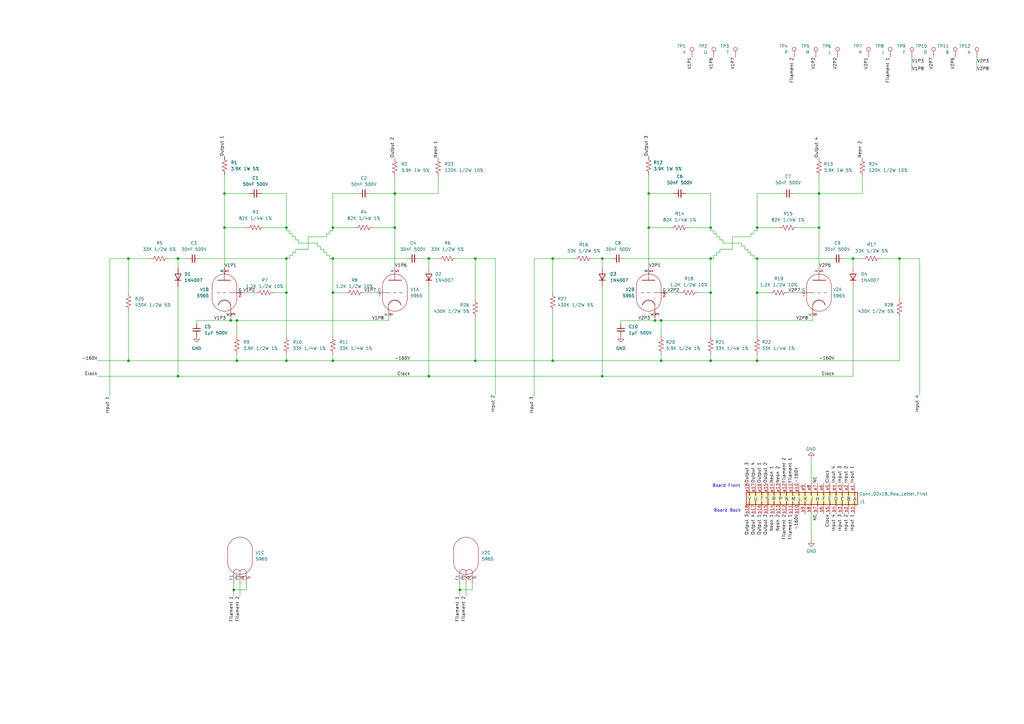
<source format=kicad_sch>
(kicad_sch (version 20211123) (generator eeschema)
  (paper "A3")
  (lib_symbols
    (symbol "Connector:TestPoint" (pin_numbers hide) (pin_names (offset 0.762) hide)
      (property "Reference" "TP" (at 0 6.858 0))
      (property "Value" "TestPoint" (at 0 5.08 0))
      (symbol "TestPoint_0_1"
        (circle (center 0 3.302) (radius 0.762))
      )
      (symbol "TestPoint_1_1"
        (pin passive line (at 0 0 90) (length 2.54) (name "1") (number "1"))
      )
    )
    (symbol "Connector_Generic:Conn_02x18_Row_Letter_First" (pin_names (offset 1.016) hide)
      (property "Reference" "J" (at 1.27 22.86 0))
      (property "Value" "Conn_02x18_Row_Letter_First" (at 1.27 -25.4 0))
      (symbol "Conn_02x18_Row_Letter_First_1_1"
        (rectangle (start -1.27 -22.733) (end 0 -22.987) (stroke (width 0.1524)))
        (rectangle (start -1.27 -20.193) (end 0 -20.447) (stroke (width 0.1524)))
        (rectangle (start -1.27 -17.653) (end 0 -17.907) (stroke (width 0.1524)))
        (rectangle (start -1.27 -15.113) (end 0 -15.367) (stroke (width 0.1524)))
        (rectangle (start -1.27 -12.573) (end 0 -12.827) (stroke (width 0.1524)))
        (rectangle (start -1.27 -10.033) (end 0 -10.287) (stroke (width 0.1524)))
        (rectangle (start -1.27 -7.493) (end 0 -7.747) (stroke (width 0.1524)))
        (rectangle (start -1.27 -4.953) (end 0 -5.207) (stroke (width 0.1524)))
        (rectangle (start -1.27 -2.413) (end 0 -2.667) (stroke (width 0.1524)))
        (rectangle (start -1.27 0.127) (end 0 -0.127) (stroke (width 0.1524)))
        (rectangle (start -1.27 2.667) (end 0 2.413) (stroke (width 0.1524)))
        (rectangle (start -1.27 5.207) (end 0 4.953) (stroke (width 0.1524)))
        (rectangle (start -1.27 7.747) (end 0 7.493) (stroke (width 0.1524)))
        (rectangle (start -1.27 10.287) (end 0 10.033) (stroke (width 0.1524)))
        (rectangle (start -1.27 12.827) (end 0 12.573) (stroke (width 0.1524)))
        (rectangle (start -1.27 15.367) (end 0 15.113) (stroke (width 0.1524)))
        (rectangle (start -1.27 17.907) (end 0 17.653) (stroke (width 0.1524)))
        (rectangle (start -1.27 20.447) (end 0 20.193) (stroke (width 0.1524)))
        (rectangle (start -1.27 21.59) (end 3.81 -24.13) (stroke (width 0.254)) (fill (type background)))
        (rectangle (start 3.81 -22.733) (end 2.54 -22.987) (stroke (width 0.1524)))
        (rectangle (start 3.81 -20.193) (end 2.54 -20.447) (stroke (width 0.1524)))
        (rectangle (start 3.81 -17.653) (end 2.54 -17.907) (stroke (width 0.1524)))
        (rectangle (start 3.81 -15.113) (end 2.54 -15.367) (stroke (width 0.1524)))
        (rectangle (start 3.81 -12.573) (end 2.54 -12.827) (stroke (width 0.1524)))
        (rectangle (start 3.81 -10.033) (end 2.54 -10.287) (stroke (width 0.1524)))
        (rectangle (start 3.81 -7.493) (end 2.54 -7.747) (stroke (width 0.1524)))
        (rectangle (start 3.81 -4.953) (end 2.54 -5.207) (stroke (width 0.1524)))
        (rectangle (start 3.81 -2.413) (end 2.54 -2.667) (stroke (width 0.1524)))
        (rectangle (start 3.81 0.127) (end 2.54 -0.127) (stroke (width 0.1524)))
        (rectangle (start 3.81 2.667) (end 2.54 2.413) (stroke (width 0.1524)))
        (rectangle (start 3.81 5.207) (end 2.54 4.953) (stroke (width 0.1524)))
        (rectangle (start 3.81 7.747) (end 2.54 7.493) (stroke (width 0.1524)))
        (rectangle (start 3.81 10.287) (end 2.54 10.033) (stroke (width 0.1524)))
        (rectangle (start 3.81 12.827) (end 2.54 12.573) (stroke (width 0.1524)))
        (rectangle (start 3.81 15.367) (end 2.54 15.113) (stroke (width 0.1524)))
        (rectangle (start 3.81 17.907) (end 2.54 17.653) (stroke (width 0.1524)))
        (rectangle (start 3.81 20.447) (end 2.54 20.193) (stroke (width 0.1524)))
        (pin passive line (at -5.08 20.32 0) (length 3.81) (name "Pin_a1") (number "a1"))
        (pin passive line (at -5.08 -2.54 0) (length 3.81) (name "Pin_a10") (number "a10"))
        (pin passive line (at -5.08 -5.08 0) (length 3.81) (name "Pin_a11") (number "a11"))
        (pin passive line (at -5.08 -7.62 0) (length 3.81) (name "Pin_a12") (number "a12"))
        (pin passive line (at -5.08 -10.16 0) (length 3.81) (name "Pin_a13") (number "a13"))
        (pin passive line (at -5.08 -12.7 0) (length 3.81) (name "Pin_a14") (number "a14"))
        (pin passive line (at -5.08 -15.24 0) (length 3.81) (name "Pin_a15") (number "a15"))
        (pin passive line (at -5.08 -17.78 0) (length 3.81) (name "Pin_a16") (number "a16"))
        (pin passive line (at -5.08 -20.32 0) (length 3.81) (name "Pin_a17") (number "a17"))
        (pin passive line (at -5.08 -22.86 0) (length 3.81) (name "Pin_a18") (number "a18"))
        (pin passive line (at -5.08 17.78 0) (length 3.81) (name "Pin_a2") (number "a2"))
        (pin passive line (at -5.08 15.24 0) (length 3.81) (name "Pin_a3") (number "a3"))
        (pin passive line (at -5.08 12.7 0) (length 3.81) (name "Pin_a4") (number "a4"))
        (pin passive line (at -5.08 10.16 0) (length 3.81) (name "Pin_a5") (number "a5"))
        (pin passive line (at -5.08 7.62 0) (length 3.81) (name "Pin_a6") (number "a6"))
        (pin passive line (at -5.08 5.08 0) (length 3.81) (name "Pin_a7") (number "a7"))
        (pin passive line (at -5.08 2.54 0) (length 3.81) (name "Pin_a8") (number "a8"))
        (pin passive line (at -5.08 0 0) (length 3.81) (name "Pin_a9") (number "a9"))
        (pin passive line (at 7.62 20.32 180) (length 3.81) (name "Pin_b1") (number "b1"))
        (pin passive line (at 7.62 -2.54 180) (length 3.81) (name "Pin_b10") (number "b10"))
        (pin passive line (at 7.62 -5.08 180) (length 3.81) (name "Pin_b11") (number "b11"))
        (pin passive line (at 7.62 -7.62 180) (length 3.81) (name "Pin_b12") (number "b12"))
        (pin passive line (at 7.62 -10.16 180) (length 3.81) (name "Pin_b13") (number "b13"))
        (pin passive line (at 7.62 -12.7 180) (length 3.81) (name "Pin_b14") (number "b14"))
        (pin passive line (at 7.62 -15.24 180) (length 3.81) (name "Pin_b15") (number "b15"))
        (pin passive line (at 7.62 -17.78 180) (length 3.81) (name "Pin_b16") (number "b16"))
        (pin passive line (at 7.62 -20.32 180) (length 3.81) (name "Pin_b17") (number "b17"))
        (pin passive line (at 7.62 -22.86 180) (length 3.81) (name "Pin_b18") (number "b18"))
        (pin passive line (at 7.62 17.78 180) (length 3.81) (name "Pin_b2") (number "b2"))
        (pin passive line (at 7.62 15.24 180) (length 3.81) (name "Pin_b3") (number "b3"))
        (pin passive line (at 7.62 12.7 180) (length 3.81) (name "Pin_b4") (number "b4"))
        (pin passive line (at 7.62 10.16 180) (length 3.81) (name "Pin_b5") (number "b5"))
        (pin passive line (at 7.62 7.62 180) (length 3.81) (name "Pin_b6") (number "b6"))
        (pin passive line (at 7.62 5.08 180) (length 3.81) (name "Pin_b7") (number "b7"))
        (pin passive line (at 7.62 2.54 180) (length 3.81) (name "Pin_b8") (number "b8"))
        (pin passive line (at 7.62 0 180) (length 3.81) (name "Pin_b9") (number "b9"))
      )
    )
    (symbol "Device:C_Small" (pin_numbers hide) (pin_names (offset 0.254) hide)
      (property "Reference" "C" (at 0.254 1.778 0))
      (property "Value" "C_Small" (at 0.254 -2.032 0))
      (symbol "C_Small_0_1"
        (polyline (pts (xy -1.524 -0.508) (xy 1.524 -0.508)) (stroke (width 0.3302)))
        (polyline (pts (xy -1.524 0.508) (xy 1.524 0.508)) (stroke (width 0.3048)))
      )
      (symbol "C_Small_1_1"
        (pin passive line (at 0 2.54 270) (length 2.032) (name "~") (number "1"))
        (pin passive line (at 0 -2.54 90) (length 2.032) (name "~") (number "2"))
      )
    )
    (symbol "Device:R_US" (pin_numbers hide) (pin_names (offset 0))
      (property "Reference" "R" (at 2.54 0 90))
      (property "Value" "R_US" (at -2.54 0 90))
      (symbol "R_US_0_1"
        (polyline (pts (xy 0 -2.286) (xy 0 -2.54)))
        (polyline (pts (xy 0 2.286) (xy 0 2.54)))
        (polyline (pts (xy 0 -0.762) (xy 1.016 -1.143) (xy 0 -1.524) (xy -1.016 -1.905) (xy 0 -2.286)))
        (polyline (pts (xy 0 0.762) (xy 1.016 0.381) (xy 0 0) (xy -1.016 -0.381) (xy 0 -0.762)))
        (polyline (pts (xy 0 2.286) (xy 1.016 1.905) (xy 0 1.524) (xy -1.016 1.143) (xy 0 0.762)))
      )
      (symbol "R_US_1_1"
        (pin passive line (at 0 3.81 270) (length 1.27) (name "~") (number "1"))
        (pin passive line (at 0 -3.81 90) (length 1.27) (name "~") (number "2"))
      )
    )
    (symbol "Diode:1N4007" (pin_numbers hide) (pin_names (offset 1.016) hide)
      (property "Reference" "D" (at 0 2.54 0))
      (property "Value" "1N4007" (at 0 -2.54 0))
      (symbol "1N4007_0_1"
        (polyline (pts (xy -1.27 1.27) (xy -1.27 -1.27)) (stroke (width 0.254)))
        (polyline (pts (xy 1.27 0) (xy -1.27 0)))
        (polyline (pts (xy 1.27 1.27) (xy 1.27 -1.27) (xy -1.27 0) (xy 1.27 1.27)) (stroke (width 0.254)))
      )
      (symbol "1N4007_1_1"
        (pin passive line (at -3.81 0 0) (length 2.54) (name "K") (number "1"))
        (pin passive line (at 3.81 0 180) (length 2.54) (name "A") (number "2"))
      )
    )
    (symbol "Valve:ECC81" (pin_names (offset 0))
      (property "Reference" "U" (at 3.302 7.874 0))
      (property "Value" "ECC81" (at 8.89 -7.62 0))
      (symbol "ECC81_0_1"
        (arc (start -5.08 -2.54) (mid 0 -7.62) (end 5.08 -2.54))
        (polyline (pts (xy 5.08 2.54) (xy 5.08 -2.54)))
        (polyline (pts (xy -5.08 2.54) (xy -5.08 -2.54) (xy -5.08 -2.54)))
        (arc (start 5.08 2.54) (mid 0 7.62) (end -5.08 2.54))
      )
      (symbol "ECC81_1_0"
        (polyline (pts (xy -2.54 -5.08) (xy -2.54 -7.62)))
        (polyline (pts (xy 0 5.08) (xy 0 7.62)))
      )
      (symbol "ECC81_1_1"
        (polyline (pts (xy -5.08 0) (xy -3.175 0)))
        (polyline (pts (xy -1.905 0) (xy -3.175 0)) (stroke (width 0.1524)))
        (polyline (pts (xy -0.635 0) (xy 0.635 0)) (stroke (width 0.1524)))
        (polyline (pts (xy 1.905 0) (xy 3.175 0)) (stroke (width 0.1524)))
        (polyline (pts (xy -2.54 5.08) (xy 2.794 5.08) (xy 2.794 5.08)) (stroke (width 0.254)))
        (arc (start 2.54 -5.08) (mid 0 -3.0968) (end -2.54 -5.08) (stroke (width 0.254)))
        (pin output line (at 0 10.16 270) (length 2.54) (name "A") (number "6"))
        (pin input line (at -7.62 0 0) (length 2.54) (name "G") (number "7"))
        (pin bidirectional line (at -2.54 -10.16 90) (length 2.54) (name "K") (number "8"))
      )
      (symbol "ECC81_2_0"
        (polyline (pts (xy -2.54 -5.08) (xy -2.54 -7.62)))
        (polyline (pts (xy 0 5.08) (xy 0 7.62)))
      )
      (symbol "ECC81_2_1"
        (polyline (pts (xy -5.08 0) (xy -3.175 0)))
        (polyline (pts (xy -1.905 0) (xy -3.175 0)) (stroke (width 0.1524)))
        (polyline (pts (xy -0.635 0) (xy 0.635 0)) (stroke (width 0.1524)))
        (polyline (pts (xy 1.905 0) (xy 3.175 0)) (stroke (width 0.1524)))
        (polyline (pts (xy -2.54 5.08) (xy 2.794 5.08) (xy 2.794 5.08)) (stroke (width 0.254)))
        (arc (start 2.54 -5.08) (mid 0 -3.0968) (end -2.54 -5.08) (stroke (width 0.254)))
        (pin output line (at 0 10.16 270) (length 2.54) (name "A") (number "1"))
        (pin input line (at -7.62 0 0) (length 2.54) (name "G") (number "2"))
        (pin bidirectional line (at -2.54 -10.16 90) (length 2.54) (name "K") (number "3"))
      )
      (symbol "ECC81_3_1"
        (arc (start 0 -6.35) (mid -1.27 -5.5651) (end -2.54 -6.35))
        (arc (start 2.54 -6.35) (mid 1.27 -5.5651) (end 0 -6.35))
        (pin power_in line (at -2.54 -11.43 90) (length 5.08) (name "F1") (number "4"))
        (pin power_in line (at 2.54 -11.43 90) (length 5.08) (name "F1") (number "5"))
        (pin power_in line (at 0 -11.43 90) (length 5.08) (name "F2") (number "9"))
      )
    )
    (symbol "power:GND" (power) (pin_names (offset 0))
      (property "Value" "GND" (at 0 -3.81 0))
      (symbol "GND_0_1"
        (polyline (pts (xy 0 0) (xy 0 -1.27) (xy 1.27 -1.27) (xy 0 -2.54) (xy -1.27 -1.27) (xy 0 -1.27)))
      )
      (symbol "GND_1_1"
        (pin power_in line (at 0 0 270) (length 0) hide (name "GND") (number "1"))
      )
    )
  )
  (junction (at 97.155 131.445))
  (junction (at 194.945 147.955))
  (junction (at 175.895 106.045))
  (junction (at 291.465 93.345))
  (junction (at 291.465 120.015))
  (junction (at 266.065 79.375))
  (junction (at 136.525 120.015))
  (junction (at 335.915 79.375))
  (junction (at 94.615 131.445))
  (junction (at 73.025 106.045))
  (junction (at 226.695 106.045))
  (junction (at 266.065 93.345))
  (junction (at 194.945 106.045))
  (junction (at 97.155 147.955))
  (junction (at 117.475 106.045))
  (junction (at 291.465 147.955))
  (junction (at 117.475 120.015))
  (junction (at 95.885 241.935))
  (junction (at 136.525 106.045))
  (junction (at 226.695 147.955))
  (junction (at 271.145 147.955))
  (junction (at 310.515 147.955))
  (junction (at 161.925 93.345))
  (junction (at 310.515 120.015))
  (junction (at 92.075 93.345))
  (junction (at 92.075 79.375))
  (junction (at 136.525 93.345))
  (junction (at 175.895 154.305))
  (junction (at 271.145 131.445))
  (junction (at 310.515 106.045))
  (junction (at 117.475 93.345))
  (junction (at 335.915 93.345))
  (junction (at 52.705 106.045))
  (junction (at 349.885 106.045))
  (junction (at 161.925 79.375))
  (junction (at 247.015 154.305))
  (junction (at 188.595 241.935))
  (junction (at 73.025 154.305))
  (junction (at 268.605 131.445))
  (junction (at 291.465 106.045))
  (junction (at 117.475 147.955))
  (junction (at 310.515 93.345))
  (junction (at 247.015 106.045))
  (junction (at 52.705 147.955))
  (junction (at 136.525 147.955))
  (junction (at 368.935 106.045))
  (wire (pts (xy 266.065 93.345) (xy 266.065 79.375)))
  (wire (pts (xy 98.425 239.395) (xy 98.425 244.475)))
  (wire (pts (xy 310.515 106.045) (xy 340.995 106.045)))
  (wire (pts (xy 296.545 98.425) (xy 296.545 99.695)))
  (wire (pts (xy 52.705 106.045) (xy 52.705 120.015)))
  (wire (pts (xy 179.705 79.375) (xy 161.925 79.375)))
  (wire (pts (xy 69.215 106.045) (xy 73.025 106.045)))
  (wire (pts (xy 117.475 79.375) (xy 107.315 79.375)))
  (wire (pts (xy 226.695 127.635) (xy 226.695 147.955)))
  (wire (pts (xy 266.065 71.755) (xy 266.065 79.375)))
  (wire (pts (xy 161.925 109.855) (xy 161.925 93.345)))
  (wire (pts (xy 193.675 241.935) (xy 193.675 239.395)))
  (wire (pts (xy 353.695 79.375) (xy 335.915 79.375)))
  (wire (pts (xy 294.005 103.505) (xy 295.275 103.505)))
  (wire (pts (xy 310.515 137.795) (xy 310.515 120.015)))
  (wire (pts (xy 307.975 103.505) (xy 307.975 104.775)))
  (wire (pts (xy 291.465 106.045) (xy 255.905 106.045)))
  (wire (pts (xy 294.005 97.155) (xy 295.275 97.155)))
  (wire (pts (xy 188.595 241.935) (xy 193.675 241.935)))
  (wire (pts (xy 95.885 241.935) (xy 100.965 241.935)))
  (wire (pts (xy 117.475 106.045) (xy 81.915 106.045)))
  (wire (pts (xy 247.015 117.475) (xy 247.015 154.305)))
  (wire (pts (xy 117.475 120.015) (xy 117.475 106.045)))
  (wire (pts (xy 118.745 106.045) (xy 118.745 104.775)))
  (wire (pts (xy 95.885 241.935) (xy 95.885 244.475)))
  (wire (pts (xy 136.525 120.015) (xy 136.525 106.045)))
  (wire (pts (xy 153.035 93.345) (xy 161.925 93.345)))
  (wire (pts (xy 203.2 106.045) (xy 203.2 161.925)))
  (wire (pts (xy 307.975 104.775) (xy 309.245 104.775)))
  (wire (pts (xy 374.015 23.495) (xy 374.015 29.21)))
  (wire (pts (xy 349.885 154.305) (xy 247.015 154.305)))
  (wire (pts (xy 132.715 102.235) (xy 132.715 103.505)))
  (wire (pts (xy 191.135 239.395) (xy 191.135 244.475)))
  (wire (pts (xy 310.515 120.015) (xy 315.595 120.015)))
  (wire (pts (xy 73.025 106.045) (xy 76.835 106.045)))
  (wire (pts (xy 136.525 79.375) (xy 146.685 79.375)))
  (wire (pts (xy 254.635 131.445) (xy 254.635 132.715)))
  (wire (pts (xy 309.245 106.045) (xy 310.515 106.045)))
  (wire (pts (xy 126.365 102.235) (xy 126.365 97.155)))
  (wire (pts (xy 130.175 99.695) (xy 130.175 100.965)))
  (wire (pts (xy 121.285 97.155) (xy 121.285 98.425)))
  (wire (pts (xy 135.255 106.045) (xy 136.525 106.045)))
  (wire (pts (xy 243.205 106.045) (xy 247.015 106.045)))
  (wire (pts (xy 295.275 102.235) (xy 300.355 102.235)))
  (wire (pts (xy 40.005 154.305) (xy 73.025 154.305)))
  (wire (pts (xy 92.075 93.345) (xy 92.075 79.375)))
  (wire (pts (xy 226.695 106.045) (xy 219.075 106.045)))
  (wire (pts (xy 306.705 103.505) (xy 307.975 103.505)))
  (wire (pts (xy 161.925 72.39) (xy 161.925 79.375)))
  (wire (pts (xy 100.965 93.345) (xy 92.075 93.345)))
  (wire (pts (xy 291.465 93.345) (xy 291.465 79.375)))
  (wire (pts (xy 117.475 145.415) (xy 117.475 147.955)))
  (wire (pts (xy 80.645 131.445) (xy 80.645 132.715)))
  (wire (pts (xy 187.325 106.045) (xy 194.945 106.045)))
  (wire (pts (xy 45.085 106.045) (xy 45.085 162.56)))
  (wire (pts (xy 335.915 109.855) (xy 335.915 93.345)))
  (wire (pts (xy 126.365 97.155) (xy 133.985 97.155)))
  (wire (pts (xy 194.945 106.045) (xy 203.2 106.045)))
  (wire (pts (xy 271.145 147.955) (xy 291.465 147.955)))
  (wire (pts (xy 335.915 79.375) (xy 325.755 79.375)))
  (wire (pts (xy 97.155 137.795) (xy 97.155 131.445)))
  (wire (pts (xy 349.885 106.045) (xy 349.885 109.855)))
  (wire (pts (xy 161.925 79.375) (xy 151.765 79.375)))
  (wire (pts (xy 122.555 98.425) (xy 122.555 99.695)))
  (wire (pts (xy 131.445 102.235) (xy 132.715 102.235)))
  (wire (pts (xy 117.475 120.015) (xy 117.475 137.795)))
  (wire (pts (xy 133.985 104.775) (xy 135.255 104.775)))
  (wire (pts (xy 149.225 120.015) (xy 154.305 120.015)))
  (wire (pts (xy 310.515 145.415) (xy 310.515 147.955)))
  (wire (pts (xy 52.705 106.045) (xy 45.085 106.045)))
  (wire (pts (xy 307.975 97.155) (xy 307.975 95.885)))
  (wire (pts (xy 235.585 106.045) (xy 226.695 106.045)))
  (wire (pts (xy 175.895 117.475) (xy 175.895 154.305)))
  (wire (pts (xy 226.695 106.045) (xy 226.695 120.015)))
  (wire (pts (xy 346.075 106.045) (xy 349.885 106.045)))
  (wire (pts (xy 292.735 104.775) (xy 294.005 104.775)))
  (wire (pts (xy 266.065 79.375) (xy 276.225 79.375)))
  (wire (pts (xy 291.465 79.375) (xy 281.305 79.375)))
  (wire (pts (xy 361.315 106.045) (xy 368.935 106.045)))
  (wire (pts (xy 121.285 102.235) (xy 126.365 102.235)))
  (wire (pts (xy 268.605 130.175) (xy 268.605 131.445)))
  (wire (pts (xy 188.595 241.935) (xy 188.595 244.475)))
  (wire (pts (xy 100.965 241.935) (xy 100.965 239.395)))
  (wire (pts (xy 291.465 106.045) (xy 292.735 106.045)))
  (wire (pts (xy 175.895 106.045) (xy 179.705 106.045)))
  (wire (pts (xy 112.395 120.015) (xy 117.475 120.015)))
  (wire (pts (xy 332.74 187.96) (xy 332.74 198.12)))
  (wire (pts (xy 296.545 99.695) (xy 304.165 99.695)))
  (wire (pts (xy 120.015 95.885) (xy 120.015 97.155)))
  (wire (pts (xy 309.245 94.615) (xy 310.515 94.615)))
  (wire (pts (xy 291.465 120.015) (xy 291.465 106.045)))
  (wire (pts (xy 136.525 145.415) (xy 136.525 147.955)))
  (wire (pts (xy 52.705 127.635) (xy 52.705 147.955)))
  (wire (pts (xy 136.525 120.015) (xy 141.605 120.015)))
  (wire (pts (xy 292.735 94.615) (xy 292.735 95.885)))
  (wire (pts (xy 309.245 95.885) (xy 309.245 94.615)))
  (wire (pts (xy 323.215 120.015) (xy 328.295 120.015)))
  (wire (pts (xy 266.065 109.855) (xy 266.065 93.345)))
  (wire (pts (xy 188.595 239.395) (xy 188.595 241.935)))
  (wire (pts (xy 194.945 106.045) (xy 194.945 122.555)))
  (wire (pts (xy 268.605 131.445) (xy 254.635 131.445)))
  (wire (pts (xy 327.025 93.345) (xy 335.915 93.345)))
  (wire (pts (xy 194.945 147.955) (xy 226.695 147.955)))
  (wire (pts (xy 271.145 131.445) (xy 333.375 131.445)))
  (wire (pts (xy 300.355 97.155) (xy 307.975 97.155)))
  (wire (pts (xy 159.385 131.445) (xy 159.385 130.175)))
  (wire (pts (xy 273.685 120.015) (xy 278.765 120.015)))
  (wire (pts (xy 61.595 106.045) (xy 52.705 106.045)))
  (wire (pts (xy 118.745 94.615) (xy 118.745 95.885)))
  (wire (pts (xy 120.015 97.155) (xy 121.285 97.155)))
  (wire (pts (xy 179.705 72.39) (xy 179.705 79.375)))
  (wire (pts (xy 73.025 117.475) (xy 73.025 154.305)))
  (wire (pts (xy 118.745 95.885) (xy 120.015 95.885)))
  (wire (pts (xy 92.075 71.755) (xy 92.075 79.375)))
  (wire (pts (xy 136.525 93.345) (xy 145.415 93.345)))
  (wire (pts (xy 377.19 106.045) (xy 377.19 161.925)))
  (wire (pts (xy 135.255 95.885) (xy 135.255 94.615)))
  (wire (pts (xy 286.385 120.015) (xy 291.465 120.015)))
  (wire (pts (xy 310.515 93.345) (xy 319.405 93.345)))
  (wire (pts (xy 310.515 79.375) (xy 320.675 79.375)))
  (wire (pts (xy 133.985 103.505) (xy 133.985 104.775)))
  (wire (pts (xy 117.475 93.345) (xy 108.585 93.345)))
  (wire (pts (xy 117.475 93.345) (xy 117.475 79.375)))
  (wire (pts (xy 120.015 103.505) (xy 121.285 103.505)))
  (wire (pts (xy 291.465 93.345) (xy 291.465 94.615)))
  (wire (pts (xy 52.705 147.955) (xy 97.155 147.955)))
  (wire (pts (xy 194.945 147.955) (xy 194.945 130.175)))
  (wire (pts (xy 291.465 93.345) (xy 282.575 93.345)))
  (wire (pts (xy 92.075 109.855) (xy 92.075 93.345)))
  (wire (pts (xy 368.935 106.045) (xy 368.935 122.555)))
  (wire (pts (xy 97.155 145.415) (xy 97.155 147.955)))
  (wire (pts (xy 309.245 104.775) (xy 309.245 106.045)))
  (wire (pts (xy 132.715 103.505) (xy 133.985 103.505)))
  (wire (pts (xy 172.085 106.045) (xy 175.895 106.045)))
  (wire (pts (xy 136.525 93.345) (xy 136.525 79.375)))
  (wire (pts (xy 307.975 95.885) (xy 309.245 95.885)))
  (wire (pts (xy 349.885 117.475) (xy 349.885 154.305)))
  (wire (pts (xy 133.985 95.885) (xy 135.255 95.885)))
  (wire (pts (xy 97.155 147.955) (xy 117.475 147.955)))
  (wire (pts (xy 92.075 79.375) (xy 102.235 79.375)))
  (wire (pts (xy 120.015 104.775) (xy 120.015 103.505)))
  (wire (pts (xy 300.355 102.235) (xy 300.355 97.155)))
  (wire (pts (xy 294.005 95.885) (xy 294.005 97.155)))
  (wire (pts (xy 294.005 104.775) (xy 294.005 103.505)))
  (wire (pts (xy 247.015 106.045) (xy 250.825 106.045)))
  (wire (pts (xy 335.915 72.39) (xy 335.915 79.375)))
  (wire (pts (xy 136.525 147.955) (xy 194.945 147.955)))
  (wire (pts (xy 295.275 97.155) (xy 295.275 98.425)))
  (wire (pts (xy 95.885 239.395) (xy 95.885 241.935)))
  (wire (pts (xy 349.885 106.045) (xy 353.695 106.045)))
  (wire (pts (xy 122.555 99.695) (xy 130.175 99.695)))
  (wire (pts (xy 97.155 131.445) (xy 159.385 131.445)))
  (wire (pts (xy 268.605 131.445) (xy 271.145 131.445)))
  (wire (pts (xy 310.515 93.345) (xy 310.515 79.375)))
  (wire (pts (xy 305.435 100.965) (xy 305.435 102.235)))
  (wire (pts (xy 333.375 131.445) (xy 333.375 130.175)))
  (wire (pts (xy 271.145 145.415) (xy 271.145 147.955)))
  (wire (pts (xy 310.515 120.015) (xy 310.515 106.045)))
  (wire (pts (xy 310.515 147.955) (xy 368.935 147.955)))
  (wire (pts (xy 136.525 137.795) (xy 136.525 120.015)))
  (wire (pts (xy 117.475 93.345) (xy 117.475 94.615)))
  (wire (pts (xy 305.435 102.235) (xy 306.705 102.235)))
  (wire (pts (xy 295.275 98.425) (xy 296.545 98.425)))
  (wire (pts (xy 292.735 95.885) (xy 294.005 95.885)))
  (wire (pts (xy 368.935 106.045) (xy 377.19 106.045)))
  (wire (pts (xy 175.895 106.045) (xy 175.895 109.855)))
  (wire (pts (xy 175.895 154.305) (xy 73.025 154.305)))
  (wire (pts (xy 94.615 130.175) (xy 94.615 131.445)))
  (wire (pts (xy 291.465 145.415) (xy 291.465 147.955)))
  (wire (pts (xy 94.615 131.445) (xy 80.645 131.445)))
  (wire (pts (xy 304.165 100.965) (xy 305.435 100.965)))
  (wire (pts (xy 226.695 147.955) (xy 271.145 147.955)))
  (wire (pts (xy 310.515 94.615) (xy 310.515 93.345)))
  (wire (pts (xy 161.925 93.345) (xy 161.925 79.375)))
  (wire (pts (xy 247.015 106.045) (xy 247.015 109.855)))
  (wire (pts (xy 135.255 104.775) (xy 135.255 106.045)))
  (wire (pts (xy 219.075 106.045) (xy 219.075 162.56)))
  (wire (pts (xy 306.705 102.235) (xy 306.705 103.505)))
  (wire (pts (xy 291.465 147.955) (xy 310.515 147.955)))
  (wire (pts (xy 73.025 106.045) (xy 73.025 109.855)))
  (wire (pts (xy 335.915 93.345) (xy 335.915 79.375)))
  (wire (pts (xy 40.005 147.955) (xy 52.705 147.955)))
  (wire (pts (xy 136.525 106.045) (xy 167.005 106.045)))
  (wire (pts (xy 292.735 106.045) (xy 292.735 104.775)))
  (wire (pts (xy 136.525 94.615) (xy 136.525 93.345)))
  (wire (pts (xy 117.475 147.955) (xy 136.525 147.955)))
  (wire (pts (xy 133.985 97.155) (xy 133.985 95.885)))
  (wire (pts (xy 274.955 93.345) (xy 266.065 93.345)))
  (wire (pts (xy 353.695 72.39) (xy 353.695 79.375)))
  (wire (pts (xy 295.275 103.505) (xy 295.275 102.235)))
  (wire (pts (xy 135.255 94.615) (xy 136.525 94.615)))
  (wire (pts (xy 175.895 154.305) (xy 247.015 154.305)))
  (wire (pts (xy 121.285 103.505) (xy 121.285 102.235)))
  (wire (pts (xy 118.745 104.775) (xy 120.015 104.775)))
  (wire (pts (xy 117.475 106.045) (xy 118.745 106.045)))
  (wire (pts (xy 117.475 94.615) (xy 118.745 94.615)))
  (wire (pts (xy 332.74 210.82) (xy 332.74 221.615)))
  (wire (pts (xy 291.465 94.615) (xy 292.735 94.615)))
  (wire (pts (xy 94.615 131.445) (xy 97.155 131.445)))
  (wire (pts (xy 271.145 137.795) (xy 271.145 131.445)))
  (wire (pts (xy 368.935 147.955) (xy 368.935 130.175)))
  (wire (pts (xy 304.165 99.695) (xy 304.165 100.965)))
  (wire (pts (xy 131.445 100.965) (xy 131.445 102.235)))
  (wire (pts (xy 400.685 23.495) (xy 400.685 29.21)))
  (wire (pts (xy 121.285 98.425) (xy 122.555 98.425)))
  (wire (pts (xy 130.175 100.965) (xy 131.445 100.965)))
  (wire (pts (xy 291.465 120.015) (xy 291.465 137.795)))
  (wire (pts (xy 99.695 120.015) (xy 104.775 120.015)))
  (text "Board Back" (at 292.735 210.185 0) (effects (font (size 1.27 1.27)) (justify left bottom)))
  (text "Board Front" (at 292.1 200.025 0) (effects (font (size 1.27 1.27)) (justify left bottom)))
  (text "V U T S R P N M L K J H F E D C B A" (at 306.705 205.74 0) (effects (font (size 1.48 1.48)) (justify left bottom)))
  (label "Output 3" (at 307.34 210.82 270))
  (label "Input 3" (at 219.075 162.56 270))
  (label "V2P7" (at 328.295 120.015 180))
  (label "Input 2" (at 347.98 198.12 90))
  (label "Output 2" (at 314.96 198.12 90))
  (label "Output 2" (at 161.925 64.77 90))
  (label "Neon 2" (at 353.695 64.77 90))
  (label "-160V" (at 327.66 210.82 270))
  (label "Filament 2" (at 191.135 244.475 270))
  (label "-160V" (at 168.275 147.955 180))
  (label "Neon 2" (at 320.04 210.82 270))
  (label "V2P1" (at 356.235 23.495 270))
  (label "Neon 2" (at 320.04 198.12 90))
  (label "Clock" (at 340.36 198.12 90))
  (label "Input 4" (at 342.9 198.12 90))
  (label "Input 3" (at 345.44 210.82 270))
  (label "Output 4" (at 309.88 198.12 90))
  (label "V2P6" (at 335.915 109.855 0))
  (label "Filament 2" (at 325.755 23.495 270))
  (label "Neon 1" (at 317.5 198.12 90))
  (label "V2P3" (at 400.685 26.035 0))
  (label "Filament 1" (at 365.125 23.495 270))
  (label "Filament 1" (at 95.885 244.475 270))
  (label "Output 1" (at 92.075 64.135 90))
  (label "Filament 1" (at 188.595 244.475 270))
  (label "-160V" (at 40.005 147.955 180))
  (label "Output 2" (at 314.96 210.82 270))
  (label "V1P2" (at 334.645 23.495 270))
  (label "Filament 2" (at 98.425 244.475 270))
  (label "Neon 1" (at 179.705 64.77 90))
  (label "V2P8" (at 331.47 131.445 180))
  (label "V1P3" (at 92.71 131.445 180))
  (label "Filament 2" (at 322.58 210.82 270))
  (label "Output 1" (at 312.42 210.82 270))
  (label "V1P1" (at 92.075 109.855 0))
  (label "V2P3" (at 266.7 131.445 180))
  (label "Filament 1" (at 325.12 198.12 90))
  (label "Output 3" (at 307.34 198.12 90))
  (label "V1P1" (at 283.845 23.495 270))
  (label "Filament 1" (at 325.12 210.82 270))
  (label "V1P8" (at 157.48 131.445 180))
  (label "Clock" (at 340.36 210.82 270))
  (label "Clock" (at 168.275 154.305 180))
  (label "V1P6" (at 161.925 109.855 0))
  (label "V2P1" (at 266.065 109.855 0))
  (label "NC" (at 335.28 210.82 270))
  (label "V1P6" (at 292.735 23.495 270))
  (label "Neon 1" (at 317.5 210.82 270))
  (label "-160V" (at 327.66 198.12 90))
  (label "Output 4" (at 335.915 64.77 90))
  (label "Output 3" (at 266.065 64.135 90))
  (label "Input 2" (at 203.2 161.925 270))
  (label "V2P6" (at 391.795 23.495 270))
  (label "V1P7" (at 154.305 120.015 180))
  (label "V1P3" (at 374.015 26.035 0))
  (label "V1P8" (at 374.015 29.21 0))
  (label "Filament 2" (at 322.58 198.12 90))
  (label "V2P2" (at 343.535 23.495 270))
  (label "V1P2" (at 99.695 120.015 0))
  (label "V2P7" (at 382.905 23.495 270))
  (label "V1P7" (at 301.625 23.495 270))
  (label "Input 3" (at 345.44 198.12 90))
  (label "Input 1" (at 350.52 198.12 90))
  (label "Input 1" (at 350.52 210.82 270))
  (label "-160V" (at 342.265 147.955 180))
  (label "Clock" (at 342.265 154.305 180))
  (label "Clock" (at 40.005 154.305 180))
  (label "Output 4" (at 309.88 210.82 270))
  (label "Input 1" (at 45.085 162.56 270))
  (label "V2P8" (at 400.685 29.21 0))
  (label "Input 4" (at 342.9 210.82 270))
  (label "Input 4" (at 377.19 161.925 270))
  (label "V2P2" (at 273.685 120.015 0))
  (label "NC" (at 335.28 198.12 90))
  (label "Output 1" (at 312.42 198.12 90))
  (label "Input 2" (at 347.98 210.82 270))
  (symbol (lib_id "Device:R_US") (at 145.415 120.015 270) (unit 1)
    (property "Reference" "R8" (at 145.415 114.935 90))
    (property "Value" "1.2K 1/2W 10%" (at 145.415 117.475 90))
    (property "Footprint" "Resistor_THT:R_Axial_DIN0309_L9.0mm_D3.2mm_P12.70mm_Horizontal" (effects hide))
  )
  (symbol (lib_id "Device:R_US") (at 179.705 68.58 0) (unit 1)
    (property "Reference" "R23" (at 182.245 67.3099 0) (effects (justify left)))
    (property "Value" "120K 1/2W 10%" (at 182.245 69.8499 0) (effects (justify left)))
    (property "Footprint" "Resistor_THT:R_Axial_DIN0309_L9.0mm_D3.2mm_P15.24mm_Horizontal" (effects hide))
  )
  (symbol (lib_id "Device:R_US") (at 278.765 93.345 270) (unit 1)
    (property "Reference" "R14" (at 278.765 87.63 90))
    (property "Value" "82K 1/4W 1%" (at 278.765 90.17 90))
    (property "Footprint" "Resistor_THT:R_Axial_DIN0309_L9.0mm_D3.2mm_P15.24mm_Horizontal" (effects hide))
  )
  (symbol (lib_id "Diode:1N4007") (at 247.015 113.665 90) (unit 1)
    (property "Reference" "D3" (at 250.19 112.3949 90) (effects (justify right)))
    (property "Value" "1N4007" (at 250.19 114.9349 90) (effects (justify right)))
    (property "Footprint" "Diode_THT:D_DO-41_SOD81_P12.70mm_Horizontal" (effects hide))
    (property "Datasheet" "http://www.vishay.com/docs/88503/1n4001.pdf" (effects hide))
  )
  (symbol (lib_id "Device:R_US") (at 65.405 106.045 90) (unit 1)
    (property "Reference" "R5" (at 65.405 99.695 90))
    (property "Value" "33K 1/2W 5%" (at 65.405 102.235 90))
    (property "Footprint" "Resistor_THT:R_Axial_DIN0309_L9.0mm_D3.2mm_P15.24mm_Horizontal" (effects hide))
  )
  (symbol (lib_id "Device:R_US") (at 271.145 141.605 0) (unit 1)
    (property "Reference" "R20" (at 273.05 140.3349 0) (effects (justify left)))
    (property "Value" "3.9K 1/2W 1%" (at 273.05 142.8749 0) (effects (justify left)))
    (property "Footprint" "Resistor_THT:R_Axial_DIN0309_L9.0mm_D3.2mm_P15.24mm_Horizontal" (effects hide))
  )
  (symbol (lib_id "Connector_Generic:Conn_02x18_Row_Letter_First") (at 330.2 203.2 270) (unit 1)
    (property "Reference" "J1" (at 353.695 205.74 90))
    (property "Value" "Conn_02x18_Row_Letter_First" (at 366.395 202.565 90))
    (property "Footprint" "Bendix_G15:Card_Edge_H_Key" (effects hide))
  )
  (symbol (lib_id "Connector:TestPoint") (at 374.015 23.495 0) (mirror y) (unit 1)
    (property "Reference" "TP9" (at 371.475 18.9229 0) (effects (justify left)))
    (property "Value" "F" (at 371.475 21.4629 0) (effects (justify left)))
    (property "Footprint" "TestPoint:TestPoint_Plated_Hole_D2.0mm" (effects hide))
  )
  (symbol (lib_id "Device:R_US") (at 319.405 120.015 270) (unit 1)
    (property "Reference" "R19" (at 319.405 114.3 90))
    (property "Value" "1.2K 1/2W 10%" (at 319.405 116.84 90))
    (property "Footprint" "Resistor_THT:R_Axial_DIN0309_L9.0mm_D3.2mm_P12.70mm_Horizontal" (effects hide))
  )
  (symbol (lib_id "Device:R_US") (at 357.505 106.045 270) (unit 1)
    (property "Reference" "R17" (at 357.505 100.33 90))
    (property "Value" "33K 1/2W 5%" (at 357.505 102.87 90))
    (property "Footprint" "Resistor_THT:R_Axial_DIN0309_L9.0mm_D3.2mm_P15.24mm_Horizontal" (effects hide))
  )
  (symbol (lib_id "Connector:TestPoint") (at 356.235 23.495 0) (mirror y) (unit 1)
    (property "Reference" "TP7" (at 353.695 18.9229 0) (effects (justify left)))
    (property "Value" "K" (at 353.695 21.4629 0) (effects (justify left)))
    (property "Footprint" "TestPoint:TestPoint_Plated_Hole_D2.0mm" (effects hide))
  )
  (symbol (lib_id "Connector:TestPoint") (at 325.755 23.495 0) (mirror y) (unit 1)
    (property "Reference" "TP4" (at 323.215 18.9229 0) (effects (justify left)))
    (property "Value" "P" (at 323.215 21.4629 0) (effects (justify left)))
    (property "Footprint" "TestPoint:TestPoint_Plated_Hole_D2.0mm" (effects hide))
  )
  (symbol (lib_id "Valve:ECC81") (at 266.065 120.015 0) (mirror y) (unit 2)
    (property "Reference" "V2" (at 260.35 118.7449 0) (effects (justify left)))
    (property "Value" "5965" (at 260.35 121.2849 0) (effects (justify left)))
    (property "Datasheet" "http://www.r-type.org/pdfs/ecc81.pdf" (effects hide))
  )
  (symbol (lib_id "Diode:1N4007") (at 73.025 113.665 90) (unit 1)
    (property "Reference" "D1" (at 75.565 112.3949 90) (effects (justify right)))
    (property "Value" "1N4007" (at 75.565 114.9349 90) (effects (justify right)))
    (property "Footprint" "Diode_THT:D_DO-41_SOD81_P12.70mm_Horizontal" (effects hide))
    (property "Datasheet" "http://www.vishay.com/docs/88503/1n4001.pdf" (effects hide))
  )
  (symbol (lib_id "Diode:1N4007") (at 175.895 113.665 90) (unit 1)
    (property "Reference" "D2" (at 178.435 112.3949 90) (effects (justify right)))
    (property "Value" "1N4007" (at 178.435 114.9349 90) (effects (justify right)))
    (property "Footprint" "Diode_THT:D_DO-41_SOD81_P12.70mm_Horizontal" (effects hide))
    (property "Datasheet" "http://www.vishay.com/docs/88503/1n4001.pdf" (effects hide))
  )
  (symbol (lib_id "Diode:1N4007") (at 349.885 113.665 90) (unit 1)
    (property "Reference" "D4" (at 353.06 112.3949 90) (effects (justify right)))
    (property "Value" "1N4007" (at 353.06 114.9349 90) (effects (justify right)))
    (property "Footprint" "Diode_THT:D_DO-41_SOD81_P12.70mm_Horizontal" (effects hide))
    (property "Datasheet" "http://www.vishay.com/docs/88503/1n4001.pdf" (effects hide))
  )
  (symbol (lib_id "Device:R_US") (at 97.155 141.605 0) (unit 1)
    (property "Reference" "R9" (at 99.695 140.3349 0) (effects (justify left)))
    (property "Value" "3.9K 1/2W 1%" (at 99.695 142.8749 0) (effects (justify left)))
    (property "Footprint" "Resistor_THT:R_Axial_DIN0309_L9.0mm_D3.2mm_P15.24mm_Horizontal" (effects hide))
  )
  (symbol (lib_id "Device:R_US") (at 104.775 93.345 270) (unit 1)
    (property "Reference" "R3" (at 104.775 86.995 90))
    (property "Value" "82K 1/4W 1%" (at 104.775 89.535 90))
    (property "Footprint" "Resistor_THT:R_Axial_DIN0309_L9.0mm_D3.2mm_P15.24mm_Horizontal" (effects hide))
  )
  (symbol (lib_id "Device:C_Small") (at 169.545 106.045 90) (unit 1)
    (property "Reference" "C4" (at 170.815 99.695 90) (effects (justify left)))
    (property "Value" "30nF 500V" (at 174.625 102.235 90) (effects (justify left)))
    (property "Footprint" "Capacitor_THT:C_Axial_L5.1mm_D3.1mm_P15.00mm_Horizontal" (effects hide))
  )
  (symbol (lib_id "Device:R_US") (at 353.695 68.58 0) (unit 1)
    (property "Reference" "R24" (at 356.235 67.3099 0) (effects (justify left)))
    (property "Value" "120K 1/2W 10%" (at 356.235 69.8499 0) (effects (justify left)))
    (property "Footprint" "Resistor_THT:R_Axial_DIN0309_L9.0mm_D3.2mm_P15.24mm_Horizontal" (effects hide))
  )
  (symbol (lib_id "Valve:ECC81") (at 98.425 227.965 0) (unit 3)
    (property "Reference" "V1" (at 104.775 226.6949 0) (effects (justify left)))
    (property "Value" "5965" (at 104.775 229.2349 0) (effects (justify left)))
    (property "Datasheet" "http://www.r-type.org/pdfs/ecc81.pdf" (effects hide))
  )
  (symbol (lib_id "Device:R_US") (at 117.475 141.605 180) (unit 1)
    (property "Reference" "R10" (at 120.015 140.3349 0) (effects (justify right)))
    (property "Value" "33K 1/4W 1%" (at 120.015 142.8749 0) (effects (justify right)))
    (property "Footprint" "Resistor_THT:R_Axial_DIN0309_L9.0mm_D3.2mm_P15.24mm_Horizontal" (effects hide))
  )
  (symbol (lib_id "Valve:ECC81") (at 335.915 120.015 0) (unit 1)
    (property "Reference" "V2" (at 341.63 118.7449 0) (effects (justify left)))
    (property "Value" "5965" (at 341.63 121.2849 0) (effects (justify left)))
    (property "Datasheet" "http://www.r-type.org/pdfs/ecc81.pdf" (effects hide))
  )
  (symbol (lib_id "Device:C_Small") (at 80.645 135.255 0) (unit 1)
    (property "Reference" "C5" (at 83.82 133.9912 0) (effects (justify left)))
    (property "Value" "1µF 500V" (at 83.82 136.5312 0) (effects (justify left)))
    (property "Footprint" "Capacitor_THT:C_Axial_L5.1mm_D3.1mm_P15.00mm_Horizontal" (effects hide))
  )
  (symbol (lib_id "Device:R_US") (at 183.515 106.045 270) (unit 1)
    (property "Reference" "R6" (at 183.515 99.695 90))
    (property "Value" "33K 1/2W 5%" (at 183.515 102.235 90))
    (property "Footprint" "Resistor_THT:R_Axial_DIN0309_L9.0mm_D3.2mm_P15.24mm_Horizontal" (effects hide))
  )
  (symbol (lib_id "Device:R_US") (at 194.945 126.365 0) (unit 1)
    (property "Reference" "R26" (at 188.595 125.095 0) (effects (justify left)))
    (property "Value" "430K 1/2W 5%" (at 177.8 127.635 0) (effects (justify left)))
    (property "Footprint" "Resistor_THT:R_Axial_DIN0309_L9.0mm_D3.2mm_P15.24mm_Horizontal" (effects hide))
  )
  (symbol (lib_id "Valve:ECC81") (at 92.075 120.015 0) (mirror y) (unit 2)
    (property "Reference" "V1" (at 85.725 118.7449 0) (effects (justify left)))
    (property "Value" "5965" (at 85.725 121.2849 0) (effects (justify left)))
    (property "Datasheet" "http://www.r-type.org/pdfs/ecc81.pdf" (effects hide))
  )
  (symbol (lib_id "Device:C_Small") (at 79.375 106.045 270) (unit 1)
    (property "Reference" "C3" (at 78.105 99.695 90) (effects (justify left)))
    (property "Value" "30nF 500V" (at 74.295 102.235 90) (effects (justify left)))
    (property "Footprint" "Capacitor_THT:C_Axial_L5.1mm_D3.1mm_P15.00mm_Horizontal" (effects hide))
  )
  (symbol (lib_id "Device:R_US") (at 161.925 68.58 0) (unit 1)
    (property "Reference" "R2" (at 164.465 67.3099 0) (effects (justify left)))
    (property "Value" "3.9K 1W 5%" (at 164.465 69.8499 0) (effects (justify left)))
    (property "Footprint" "Resistor_THT:R_Axial_DIN0309_L9.0mm_D3.2mm_P15.24mm_Horizontal" (effects hide))
  )
  (symbol (lib_id "Valve:ECC81") (at 161.925 120.015 0) (unit 1)
    (property "Reference" "V1" (at 168.275 118.7449 0) (effects (justify left)))
    (property "Value" "5965" (at 168.275 121.2849 0) (effects (justify left)))
    (property "Datasheet" "http://www.r-type.org/pdfs/ecc81.pdf" (effects hide))
  )
  (symbol (lib_id "Connector:TestPoint") (at 301.625 23.495 0) (mirror y) (unit 1)
    (property "Reference" "TP3" (at 299.085 18.9229 0) (effects (justify left)))
    (property "Value" "T" (at 299.085 21.4629 0) (effects (justify left)))
    (property "Footprint" "TestPoint:TestPoint_Plated_Hole_D2.0mm" (effects hide))
  )
  (symbol (lib_id "power:GND") (at 254.635 137.795 0) (unit 1)
    (property "Reference" "#PWR0101" (effects hide))
    (property "Value" "GND" (at 254.635 142.875 0))
  )
  (symbol (lib_id "Device:R_US") (at 266.065 67.945 0) (unit 1)
    (property "Reference" "R12" (at 267.97 66.6749 0) (effects (justify left)))
    (property "Value" "3.9K 1W 5%" (at 267.97 69.2149 0) (effects (justify left)))
    (property "Footprint" "Resistor_THT:R_Axial_DIN0309_L9.0mm_D3.2mm_P15.24mm_Horizontal" (effects hide))
  )
  (symbol (lib_id "Device:C_Small") (at 278.765 79.375 90) (unit 1)
    (property "Reference" "C6" (at 278.7713 72.39 90))
    (property "Value" "50nF 500V" (at 278.7713 74.93 90))
    (property "Footprint" "Capacitor_THT:C_Axial_L5.1mm_D3.1mm_P15.00mm_Horizontal" (effects hide))
  )
  (symbol (lib_id "Device:R_US") (at 52.705 123.825 0) (unit 1)
    (property "Reference" "R25" (at 55.245 122.5549 0) (effects (justify left)))
    (property "Value" "430K 1/2W 5%" (at 55.245 125.0949 0) (effects (justify left)))
    (property "Footprint" "Resistor_THT:R_Axial_DIN0309_L9.0mm_D3.2mm_P15.24mm_Horizontal" (effects hide))
  )
  (symbol (lib_id "Device:R_US") (at 310.515 141.605 0) (unit 1)
    (property "Reference" "R22" (at 312.42 140.3349 0) (effects (justify left)))
    (property "Value" "33K 1/4W 1%" (at 312.42 142.8749 0) (effects (justify left)))
    (property "Footprint" "Resistor_THT:R_Axial_DIN0309_L9.0mm_D3.2mm_P15.24mm_Horizontal" (effects hide))
  )
  (symbol (lib_id "Device:C_Small") (at 323.215 79.375 90) (unit 1)
    (property "Reference" "C7" (at 323.2213 72.39 90))
    (property "Value" "50nF 500V" (at 323.2213 74.93 90))
    (property "Footprint" "Capacitor_THT:C_Axial_L5.1mm_D3.1mm_P15.00mm_Horizontal" (effects hide))
  )
  (symbol (lib_id "Connector:TestPoint") (at 334.645 23.495 0) (mirror y) (unit 1)
    (property "Reference" "TP5" (at 332.105 18.9229 0) (effects (justify left)))
    (property "Value" "M" (at 332.105 21.4629 0) (effects (justify left)))
    (property "Footprint" "TestPoint:TestPoint_Plated_Hole_D2.0mm" (effects hide))
  )
  (symbol (lib_id "Device:R_US") (at 226.695 123.825 0) (unit 1)
    (property "Reference" "R27" (at 228.6 122.5549 0) (effects (justify left)))
    (property "Value" "430K 1/2W 5%" (at 228.6 125.0949 0) (effects (justify left)))
    (property "Footprint" "Resistor_THT:R_Axial_DIN0309_L9.0mm_D3.2mm_P15.24mm_Horizontal" (effects hide))
  )
  (symbol (lib_id "power:GND") (at 332.74 221.615 0) (mirror y) (unit 1)
    (property "Reference" "#PWR0104" (effects hide))
    (property "Value" "GND" (at 332.74 226.06 0))
  )
  (symbol (lib_id "Valve:ECC81") (at 191.135 227.965 0) (unit 3)
    (property "Reference" "V2" (at 197.485 226.6949 0) (effects (justify left)))
    (property "Value" "5965" (at 197.485 229.2349 0) (effects (justify left)))
    (property "Datasheet" "http://www.r-type.org/pdfs/ecc81.pdf" (effects hide))
  )
  (symbol (lib_id "Device:R_US") (at 108.585 120.015 270) (unit 1)
    (property "Reference" "R7" (at 108.585 114.935 90))
    (property "Value" "1.2K 1/2W 10%" (at 108.585 117.475 90))
    (property "Footprint" "Resistor_THT:R_Axial_DIN0309_L9.0mm_D3.2mm_P12.70mm_Horizontal" (effects hide))
  )
  (symbol (lib_id "Device:R_US") (at 92.075 67.945 0) (unit 1)
    (property "Reference" "R1" (at 94.615 66.6749 0) (effects (justify left)))
    (property "Value" "3.9K 1W 5%" (at 94.615 69.2149 0) (effects (justify left)))
    (property "Footprint" "Resistor_THT:R_Axial_DIN0309_L9.0mm_D3.2mm_P15.24mm_Horizontal" (effects hide))
  )
  (symbol (lib_id "Connector:TestPoint") (at 343.535 23.495 0) (mirror y) (unit 1)
    (property "Reference" "TP6" (at 340.995 18.9229 0) (effects (justify left)))
    (property "Value" "L" (at 340.995 21.4629 0) (effects (justify left)))
    (property "Footprint" "TestPoint:TestPoint_Plated_Hole_D2.0mm" (effects hide))
  )
  (symbol (lib_id "Connector:TestPoint") (at 400.685 23.495 0) (mirror y) (unit 1)
    (property "Reference" "TP12" (at 398.145 18.9229 0) (effects (justify left)))
    (property "Value" "A" (at 398.145 21.4629 0) (effects (justify left)))
    (property "Footprint" "TestPoint:TestPoint_Plated_Hole_D2.0mm" (effects hide))
  )
  (symbol (lib_id "Connector:TestPoint") (at 283.845 23.495 0) (mirror y) (unit 1)
    (property "Reference" "TP1" (at 281.305 18.9229 0) (effects (justify left)))
    (property "Value" "V" (at 281.305 21.4629 0) (effects (justify left)))
    (property "Footprint" "TestPoint:TestPoint_Plated_Hole_D2.0mm" (effects hide))
  )
  (symbol (lib_id "power:GND") (at 80.645 137.795 0) (unit 1)
    (property "Reference" "#PWR0102" (effects hide))
    (property "Value" "GND" (at 80.645 142.875 0))
  )
  (symbol (lib_id "Connector:TestPoint") (at 365.125 23.495 0) (mirror y) (unit 1)
    (property "Reference" "TP8" (at 362.585 18.9229 0) (effects (justify left)))
    (property "Value" "J" (at 362.585 21.4629 0) (effects (justify left)))
    (property "Footprint" "TestPoint:TestPoint_Plated_Hole_D2.0mm" (effects hide))
  )
  (symbol (lib_id "Device:R_US") (at 149.225 93.345 270) (unit 1)
    (property "Reference" "R4" (at 149.225 86.995 90))
    (property "Value" "82K 1/4W 1%" (at 149.225 89.535 90))
    (property "Footprint" "Resistor_THT:R_Axial_DIN0309_L9.0mm_D3.2mm_P15.24mm_Horizontal" (effects hide))
  )
  (symbol (lib_id "power:GND") (at 332.74 187.96 0) (mirror x) (unit 1)
    (property "Reference" "#PWR0103" (effects hide))
    (property "Value" "GND" (at 334.645 184.15 0) (effects (justify right)))
  )
  (symbol (lib_id "Device:R_US") (at 323.215 93.345 270) (unit 1)
    (property "Reference" "R15" (at 323.215 87.63 90))
    (property "Value" "82K 1/4W 1%" (at 323.215 90.17 90))
    (property "Footprint" "Resistor_THT:R_Axial_DIN0309_L9.0mm_D3.2mm_P15.24mm_Horizontal" (effects hide))
  )
  (symbol (lib_id "Device:C_Small") (at 253.365 106.045 270) (unit 1)
    (property "Reference" "C8" (at 252.095 99.695 90) (effects (justify left)))
    (property "Value" "30nF 500V" (at 248.285 102.235 90) (effects (justify left)))
    (property "Footprint" "Capacitor_THT:C_Axial_L5.1mm_D3.1mm_P15.00mm_Horizontal" (effects hide))
  )
  (symbol (lib_id "Device:R_US") (at 335.915 68.58 0) (unit 1)
    (property "Reference" "R13" (at 337.82 67.3099 0) (effects (justify left)))
    (property "Value" "3.9K 1W 5%" (at 337.82 69.8499 0) (effects (justify left)))
    (property "Footprint" "Resistor_THT:R_Axial_DIN0309_L9.0mm_D3.2mm_P15.24mm_Horizontal" (effects hide))
  )
  (symbol (lib_id "Device:R_US") (at 239.395 106.045 90) (unit 1)
    (property "Reference" "R16" (at 239.395 100.33 90))
    (property "Value" "33K 1/2W 5%" (at 239.395 102.87 90))
    (property "Footprint" "Resistor_THT:R_Axial_DIN0309_L9.0mm_D3.2mm_P15.24mm_Horizontal" (effects hide))
  )
  (symbol (lib_id "Device:R_US") (at 136.525 141.605 0) (unit 1)
    (property "Reference" "R11" (at 139.065 140.3349 0) (effects (justify left)))
    (property "Value" "33K 1/4W 1%" (at 139.065 142.8749 0) (effects (justify left)))
    (property "Footprint" "Resistor_THT:R_Axial_DIN0309_L9.0mm_D3.2mm_P15.24mm_Horizontal" (effects hide))
  )
  (symbol (lib_id "Device:R_US") (at 368.935 126.365 0) (unit 1)
    (property "Reference" "R28" (at 362.585 125.095 0) (effects (justify left)))
    (property "Value" "430K 1/2W 5%" (at 351.79 127.635 0) (effects (justify left)))
    (property "Footprint" "Resistor_THT:R_Axial_DIN0309_L9.0mm_D3.2mm_P15.24mm_Horizontal" (effects hide))
  )
  (symbol (lib_id "Device:C_Small") (at 104.775 79.375 90) (unit 1)
    (property "Reference" "C1" (at 104.7813 73.025 90))
    (property "Value" "50nF 500V" (at 104.7813 75.565 90))
    (property "Footprint" "Capacitor_THT:C_Axial_L5.1mm_D3.1mm_P15.00mm_Horizontal" (effects hide))
  )
  (symbol (lib_id "Device:C_Small") (at 254.635 135.255 0) (unit 1)
    (property "Reference" "C10" (at 257.81 133.9912 0) (effects (justify left)))
    (property "Value" "1µF 500V" (at 257.81 136.5312 0) (effects (justify left)))
    (property "Footprint" "Capacitor_THT:C_Axial_L5.1mm_D3.1mm_P15.00mm_Horizontal" (effects hide))
  )
  (symbol (lib_id "Device:C_Small") (at 149.225 79.375 90) (unit 1)
    (property "Reference" "C2" (at 149.2313 73.025 90))
    (property "Value" "50nF 500V" (at 149.2313 75.565 90))
    (property "Footprint" "Capacitor_THT:C_Axial_L5.1mm_D3.1mm_P15.00mm_Horizontal" (effects hide))
  )
  (symbol (lib_id "Device:C_Small") (at 343.535 106.045 90) (unit 1)
    (property "Reference" "C9" (at 344.805 99.695 90) (effects (justify left)))
    (property "Value" "30nF 500V" (at 348.615 102.235 90) (effects (justify left)))
    (property "Footprint" "Capacitor_THT:C_Axial_L5.1mm_D3.1mm_P15.00mm_Horizontal" (effects hide))
  )
  (symbol (lib_id "Connector:TestPoint") (at 292.735 23.495 0) (mirror y) (unit 1)
    (property "Reference" "TP2" (at 290.195 18.9229 0) (effects (justify left)))
    (property "Value" "U" (at 290.195 21.4629 0) (effects (justify left)))
    (property "Footprint" "TestPoint:TestPoint_Plated_Hole_D2.0mm" (effects hide))
  )
  (symbol (lib_id "Connector:TestPoint") (at 391.795 23.495 0) (mirror y) (unit 1)
    (property "Reference" "TP11" (at 389.255 18.9229 0) (effects (justify left)))
    (property "Value" "B" (at 389.255 21.4629 0) (effects (justify left)))
    (property "Footprint" "TestPoint:TestPoint_Plated_Hole_D2.0mm" (effects hide))
  )
  (symbol (lib_id "Device:R_US") (at 282.575 120.015 270) (unit 1)
    (property "Reference" "R18" (at 282.575 114.3 90))
    (property "Value" "1.2K 1/2W 10%" (at 282.575 116.84 90))
    (property "Footprint" "Resistor_THT:R_Axial_DIN0309_L9.0mm_D3.2mm_P12.70mm_Horizontal" (effects hide))
  )
  (symbol (lib_id "Device:R_US") (at 291.465 141.605 180) (unit 1)
    (property "Reference" "R21" (at 293.37 140.3349 0) (effects (justify right)))
    (property "Value" "33K 1/4W 1%" (at 293.37 142.8749 0) (effects (justify right)))
    (property "Footprint" "Resistor_THT:R_Axial_DIN0309_L9.0mm_D3.2mm_P15.24mm_Horizontal" (effects hide))
  )
  (symbol (lib_id "Connector:TestPoint") (at 382.905 23.495 0) (mirror y) (unit 1)
    (property "Reference" "TP10" (at 380.365 18.9229 0) (effects (justify left)))
    (property "Value" "D" (at 380.365 21.4629 0) (effects (justify left)))
    (property "Footprint" "TestPoint:TestPoint_Plated_Hole_D2.0mm" (effects hide))
  )
)
</source>
